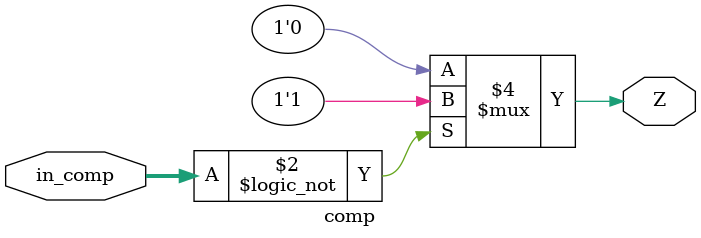
<source format=v>

`timescale 1ns / 1ps
module comp (in_comp, Z);
	input [4:0]	in_comp;
	output reg Z;

    always @(in_comp) begin
		if (in_comp == 5'b00000) Z <= 1'b1;
		else Z <= 1'b0;
	end
endmodule

</source>
